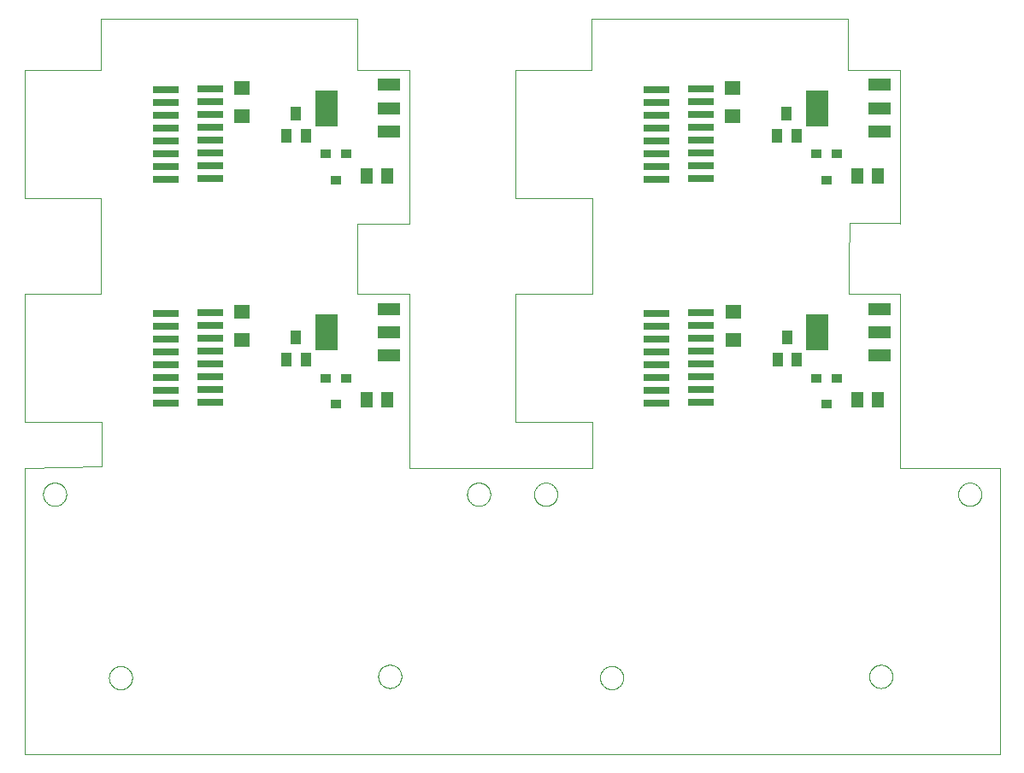
<source format=gbp>
G75*
%MOIN*%
%OFA0B0*%
%FSLAX25Y25*%
%IPPOS*%
%LPD*%
%AMOC8*
5,1,8,0,0,1.08239X$1,22.5*
%
%ADD10C,0.00000*%
%ADD11R,0.03937X0.03543*%
%ADD12R,0.03937X0.05512*%
%ADD13R,0.10000X0.03000*%
%ADD14R,0.06299X0.05512*%
%ADD15R,0.05118X0.05906*%
%ADD16R,0.08800X0.04800*%
%ADD17R,0.08661X0.14173*%
D10*
X0005000Y0004606D02*
X0385476Y0004606D01*
X0385476Y0116575D01*
X0346500Y0116575D01*
X0346500Y0184409D01*
X0326421Y0184449D01*
X0326382Y0184488D01*
X0326382Y0194409D01*
X0326421Y0204449D01*
X0326654Y0204606D02*
X0326654Y0212087D01*
X0346339Y0212087D01*
X0346339Y0271811D01*
X0326260Y0271850D01*
X0326220Y0271890D01*
X0326220Y0281811D01*
X0326260Y0291850D01*
X0226260Y0291850D01*
X0226260Y0281850D01*
X0226299Y0281811D01*
X0226260Y0281811D01*
X0226260Y0271850D01*
X0196339Y0271850D01*
X0196339Y0221850D01*
X0226421Y0221850D01*
X0226421Y0194449D01*
X0226461Y0194409D01*
X0226421Y0194409D01*
X0226421Y0184449D01*
X0196500Y0184449D01*
X0196500Y0134449D01*
X0226421Y0134449D01*
X0226421Y0116575D01*
X0155000Y0116575D01*
X0155000Y0184409D01*
X0134921Y0184449D01*
X0134882Y0184488D01*
X0134882Y0194409D01*
X0134921Y0211693D01*
X0155000Y0211693D01*
X0155000Y0271811D01*
X0134921Y0271850D01*
X0134882Y0271890D01*
X0134882Y0281811D01*
X0134921Y0291850D01*
X0034921Y0291850D01*
X0034921Y0281850D01*
X0034961Y0281811D01*
X0034921Y0281811D01*
X0034921Y0271850D01*
X0005000Y0271850D01*
X0005000Y0221850D01*
X0034921Y0221850D01*
X0034921Y0194449D01*
X0034961Y0194409D01*
X0034921Y0194409D01*
X0034921Y0184449D01*
X0005000Y0184449D01*
X0005000Y0134449D01*
X0035031Y0134449D01*
X0035031Y0116969D01*
X0005000Y0116575D01*
X0005000Y0004606D01*
X0037972Y0034606D02*
X0037974Y0034740D01*
X0037980Y0034874D01*
X0037990Y0035008D01*
X0038004Y0035142D01*
X0038022Y0035275D01*
X0038043Y0035407D01*
X0038069Y0035539D01*
X0038099Y0035670D01*
X0038132Y0035800D01*
X0038169Y0035928D01*
X0038211Y0036056D01*
X0038255Y0036183D01*
X0038304Y0036308D01*
X0038356Y0036431D01*
X0038412Y0036553D01*
X0038472Y0036674D01*
X0038535Y0036792D01*
X0038601Y0036909D01*
X0038671Y0037023D01*
X0038744Y0037136D01*
X0038821Y0037246D01*
X0038901Y0037354D01*
X0038984Y0037459D01*
X0039070Y0037562D01*
X0039159Y0037662D01*
X0039251Y0037760D01*
X0039346Y0037855D01*
X0039444Y0037947D01*
X0039544Y0038036D01*
X0039647Y0038122D01*
X0039752Y0038205D01*
X0039860Y0038285D01*
X0039970Y0038362D01*
X0040083Y0038435D01*
X0040197Y0038505D01*
X0040314Y0038571D01*
X0040432Y0038634D01*
X0040553Y0038694D01*
X0040675Y0038750D01*
X0040798Y0038802D01*
X0040923Y0038851D01*
X0041050Y0038895D01*
X0041178Y0038937D01*
X0041306Y0038974D01*
X0041436Y0039007D01*
X0041567Y0039037D01*
X0041699Y0039063D01*
X0041831Y0039084D01*
X0041964Y0039102D01*
X0042098Y0039116D01*
X0042232Y0039126D01*
X0042366Y0039132D01*
X0042500Y0039134D01*
X0042634Y0039132D01*
X0042768Y0039126D01*
X0042902Y0039116D01*
X0043036Y0039102D01*
X0043169Y0039084D01*
X0043301Y0039063D01*
X0043433Y0039037D01*
X0043564Y0039007D01*
X0043694Y0038974D01*
X0043822Y0038937D01*
X0043950Y0038895D01*
X0044077Y0038851D01*
X0044202Y0038802D01*
X0044325Y0038750D01*
X0044447Y0038694D01*
X0044568Y0038634D01*
X0044686Y0038571D01*
X0044803Y0038505D01*
X0044917Y0038435D01*
X0045030Y0038362D01*
X0045140Y0038285D01*
X0045248Y0038205D01*
X0045353Y0038122D01*
X0045456Y0038036D01*
X0045556Y0037947D01*
X0045654Y0037855D01*
X0045749Y0037760D01*
X0045841Y0037662D01*
X0045930Y0037562D01*
X0046016Y0037459D01*
X0046099Y0037354D01*
X0046179Y0037246D01*
X0046256Y0037136D01*
X0046329Y0037023D01*
X0046399Y0036909D01*
X0046465Y0036792D01*
X0046528Y0036674D01*
X0046588Y0036553D01*
X0046644Y0036431D01*
X0046696Y0036308D01*
X0046745Y0036183D01*
X0046789Y0036056D01*
X0046831Y0035928D01*
X0046868Y0035800D01*
X0046901Y0035670D01*
X0046931Y0035539D01*
X0046957Y0035407D01*
X0046978Y0035275D01*
X0046996Y0035142D01*
X0047010Y0035008D01*
X0047020Y0034874D01*
X0047026Y0034740D01*
X0047028Y0034606D01*
X0047026Y0034472D01*
X0047020Y0034338D01*
X0047010Y0034204D01*
X0046996Y0034070D01*
X0046978Y0033937D01*
X0046957Y0033805D01*
X0046931Y0033673D01*
X0046901Y0033542D01*
X0046868Y0033412D01*
X0046831Y0033284D01*
X0046789Y0033156D01*
X0046745Y0033029D01*
X0046696Y0032904D01*
X0046644Y0032781D01*
X0046588Y0032659D01*
X0046528Y0032538D01*
X0046465Y0032420D01*
X0046399Y0032303D01*
X0046329Y0032189D01*
X0046256Y0032076D01*
X0046179Y0031966D01*
X0046099Y0031858D01*
X0046016Y0031753D01*
X0045930Y0031650D01*
X0045841Y0031550D01*
X0045749Y0031452D01*
X0045654Y0031357D01*
X0045556Y0031265D01*
X0045456Y0031176D01*
X0045353Y0031090D01*
X0045248Y0031007D01*
X0045140Y0030927D01*
X0045030Y0030850D01*
X0044917Y0030777D01*
X0044803Y0030707D01*
X0044686Y0030641D01*
X0044568Y0030578D01*
X0044447Y0030518D01*
X0044325Y0030462D01*
X0044202Y0030410D01*
X0044077Y0030361D01*
X0043950Y0030317D01*
X0043822Y0030275D01*
X0043694Y0030238D01*
X0043564Y0030205D01*
X0043433Y0030175D01*
X0043301Y0030149D01*
X0043169Y0030128D01*
X0043036Y0030110D01*
X0042902Y0030096D01*
X0042768Y0030086D01*
X0042634Y0030080D01*
X0042500Y0030078D01*
X0042366Y0030080D01*
X0042232Y0030086D01*
X0042098Y0030096D01*
X0041964Y0030110D01*
X0041831Y0030128D01*
X0041699Y0030149D01*
X0041567Y0030175D01*
X0041436Y0030205D01*
X0041306Y0030238D01*
X0041178Y0030275D01*
X0041050Y0030317D01*
X0040923Y0030361D01*
X0040798Y0030410D01*
X0040675Y0030462D01*
X0040553Y0030518D01*
X0040432Y0030578D01*
X0040314Y0030641D01*
X0040197Y0030707D01*
X0040083Y0030777D01*
X0039970Y0030850D01*
X0039860Y0030927D01*
X0039752Y0031007D01*
X0039647Y0031090D01*
X0039544Y0031176D01*
X0039444Y0031265D01*
X0039346Y0031357D01*
X0039251Y0031452D01*
X0039159Y0031550D01*
X0039070Y0031650D01*
X0038984Y0031753D01*
X0038901Y0031858D01*
X0038821Y0031966D01*
X0038744Y0032076D01*
X0038671Y0032189D01*
X0038601Y0032303D01*
X0038535Y0032420D01*
X0038472Y0032538D01*
X0038412Y0032659D01*
X0038356Y0032781D01*
X0038304Y0032904D01*
X0038255Y0033029D01*
X0038211Y0033156D01*
X0038169Y0033284D01*
X0038132Y0033412D01*
X0038099Y0033542D01*
X0038069Y0033673D01*
X0038043Y0033805D01*
X0038022Y0033937D01*
X0038004Y0034070D01*
X0037990Y0034204D01*
X0037980Y0034338D01*
X0037974Y0034472D01*
X0037972Y0034606D01*
X0012283Y0106173D02*
X0012285Y0106307D01*
X0012291Y0106441D01*
X0012301Y0106575D01*
X0012315Y0106709D01*
X0012333Y0106842D01*
X0012354Y0106974D01*
X0012380Y0107106D01*
X0012410Y0107237D01*
X0012443Y0107367D01*
X0012480Y0107495D01*
X0012522Y0107623D01*
X0012566Y0107750D01*
X0012615Y0107875D01*
X0012667Y0107998D01*
X0012723Y0108120D01*
X0012783Y0108241D01*
X0012846Y0108359D01*
X0012912Y0108476D01*
X0012982Y0108590D01*
X0013055Y0108703D01*
X0013132Y0108813D01*
X0013212Y0108921D01*
X0013295Y0109026D01*
X0013381Y0109129D01*
X0013470Y0109229D01*
X0013562Y0109327D01*
X0013657Y0109422D01*
X0013755Y0109514D01*
X0013855Y0109603D01*
X0013958Y0109689D01*
X0014063Y0109772D01*
X0014171Y0109852D01*
X0014281Y0109929D01*
X0014394Y0110002D01*
X0014508Y0110072D01*
X0014625Y0110138D01*
X0014743Y0110201D01*
X0014864Y0110261D01*
X0014986Y0110317D01*
X0015109Y0110369D01*
X0015234Y0110418D01*
X0015361Y0110462D01*
X0015489Y0110504D01*
X0015617Y0110541D01*
X0015747Y0110574D01*
X0015878Y0110604D01*
X0016010Y0110630D01*
X0016142Y0110651D01*
X0016275Y0110669D01*
X0016409Y0110683D01*
X0016543Y0110693D01*
X0016677Y0110699D01*
X0016811Y0110701D01*
X0016945Y0110699D01*
X0017079Y0110693D01*
X0017213Y0110683D01*
X0017347Y0110669D01*
X0017480Y0110651D01*
X0017612Y0110630D01*
X0017744Y0110604D01*
X0017875Y0110574D01*
X0018005Y0110541D01*
X0018133Y0110504D01*
X0018261Y0110462D01*
X0018388Y0110418D01*
X0018513Y0110369D01*
X0018636Y0110317D01*
X0018758Y0110261D01*
X0018879Y0110201D01*
X0018997Y0110138D01*
X0019114Y0110072D01*
X0019228Y0110002D01*
X0019341Y0109929D01*
X0019451Y0109852D01*
X0019559Y0109772D01*
X0019664Y0109689D01*
X0019767Y0109603D01*
X0019867Y0109514D01*
X0019965Y0109422D01*
X0020060Y0109327D01*
X0020152Y0109229D01*
X0020241Y0109129D01*
X0020327Y0109026D01*
X0020410Y0108921D01*
X0020490Y0108813D01*
X0020567Y0108703D01*
X0020640Y0108590D01*
X0020710Y0108476D01*
X0020776Y0108359D01*
X0020839Y0108241D01*
X0020899Y0108120D01*
X0020955Y0107998D01*
X0021007Y0107875D01*
X0021056Y0107750D01*
X0021100Y0107623D01*
X0021142Y0107495D01*
X0021179Y0107367D01*
X0021212Y0107237D01*
X0021242Y0107106D01*
X0021268Y0106974D01*
X0021289Y0106842D01*
X0021307Y0106709D01*
X0021321Y0106575D01*
X0021331Y0106441D01*
X0021337Y0106307D01*
X0021339Y0106173D01*
X0021337Y0106039D01*
X0021331Y0105905D01*
X0021321Y0105771D01*
X0021307Y0105637D01*
X0021289Y0105504D01*
X0021268Y0105372D01*
X0021242Y0105240D01*
X0021212Y0105109D01*
X0021179Y0104979D01*
X0021142Y0104851D01*
X0021100Y0104723D01*
X0021056Y0104596D01*
X0021007Y0104471D01*
X0020955Y0104348D01*
X0020899Y0104226D01*
X0020839Y0104105D01*
X0020776Y0103987D01*
X0020710Y0103870D01*
X0020640Y0103756D01*
X0020567Y0103643D01*
X0020490Y0103533D01*
X0020410Y0103425D01*
X0020327Y0103320D01*
X0020241Y0103217D01*
X0020152Y0103117D01*
X0020060Y0103019D01*
X0019965Y0102924D01*
X0019867Y0102832D01*
X0019767Y0102743D01*
X0019664Y0102657D01*
X0019559Y0102574D01*
X0019451Y0102494D01*
X0019341Y0102417D01*
X0019228Y0102344D01*
X0019114Y0102274D01*
X0018997Y0102208D01*
X0018879Y0102145D01*
X0018758Y0102085D01*
X0018636Y0102029D01*
X0018513Y0101977D01*
X0018388Y0101928D01*
X0018261Y0101884D01*
X0018133Y0101842D01*
X0018005Y0101805D01*
X0017875Y0101772D01*
X0017744Y0101742D01*
X0017612Y0101716D01*
X0017480Y0101695D01*
X0017347Y0101677D01*
X0017213Y0101663D01*
X0017079Y0101653D01*
X0016945Y0101647D01*
X0016811Y0101645D01*
X0016677Y0101647D01*
X0016543Y0101653D01*
X0016409Y0101663D01*
X0016275Y0101677D01*
X0016142Y0101695D01*
X0016010Y0101716D01*
X0015878Y0101742D01*
X0015747Y0101772D01*
X0015617Y0101805D01*
X0015489Y0101842D01*
X0015361Y0101884D01*
X0015234Y0101928D01*
X0015109Y0101977D01*
X0014986Y0102029D01*
X0014864Y0102085D01*
X0014743Y0102145D01*
X0014625Y0102208D01*
X0014508Y0102274D01*
X0014394Y0102344D01*
X0014281Y0102417D01*
X0014171Y0102494D01*
X0014063Y0102574D01*
X0013958Y0102657D01*
X0013855Y0102743D01*
X0013755Y0102832D01*
X0013657Y0102924D01*
X0013562Y0103019D01*
X0013470Y0103117D01*
X0013381Y0103217D01*
X0013295Y0103320D01*
X0013212Y0103425D01*
X0013132Y0103533D01*
X0013055Y0103643D01*
X0012982Y0103756D01*
X0012912Y0103870D01*
X0012846Y0103987D01*
X0012783Y0104105D01*
X0012723Y0104226D01*
X0012667Y0104348D01*
X0012615Y0104471D01*
X0012566Y0104596D01*
X0012522Y0104723D01*
X0012480Y0104851D01*
X0012443Y0104979D01*
X0012410Y0105109D01*
X0012380Y0105240D01*
X0012354Y0105372D01*
X0012333Y0105504D01*
X0012315Y0105637D01*
X0012301Y0105771D01*
X0012291Y0105905D01*
X0012285Y0106039D01*
X0012283Y0106173D01*
X0142972Y0035106D02*
X0142974Y0035240D01*
X0142980Y0035374D01*
X0142990Y0035508D01*
X0143004Y0035642D01*
X0143022Y0035775D01*
X0143043Y0035907D01*
X0143069Y0036039D01*
X0143099Y0036170D01*
X0143132Y0036300D01*
X0143169Y0036428D01*
X0143211Y0036556D01*
X0143255Y0036683D01*
X0143304Y0036808D01*
X0143356Y0036931D01*
X0143412Y0037053D01*
X0143472Y0037174D01*
X0143535Y0037292D01*
X0143601Y0037409D01*
X0143671Y0037523D01*
X0143744Y0037636D01*
X0143821Y0037746D01*
X0143901Y0037854D01*
X0143984Y0037959D01*
X0144070Y0038062D01*
X0144159Y0038162D01*
X0144251Y0038260D01*
X0144346Y0038355D01*
X0144444Y0038447D01*
X0144544Y0038536D01*
X0144647Y0038622D01*
X0144752Y0038705D01*
X0144860Y0038785D01*
X0144970Y0038862D01*
X0145083Y0038935D01*
X0145197Y0039005D01*
X0145314Y0039071D01*
X0145432Y0039134D01*
X0145553Y0039194D01*
X0145675Y0039250D01*
X0145798Y0039302D01*
X0145923Y0039351D01*
X0146050Y0039395D01*
X0146178Y0039437D01*
X0146306Y0039474D01*
X0146436Y0039507D01*
X0146567Y0039537D01*
X0146699Y0039563D01*
X0146831Y0039584D01*
X0146964Y0039602D01*
X0147098Y0039616D01*
X0147232Y0039626D01*
X0147366Y0039632D01*
X0147500Y0039634D01*
X0147634Y0039632D01*
X0147768Y0039626D01*
X0147902Y0039616D01*
X0148036Y0039602D01*
X0148169Y0039584D01*
X0148301Y0039563D01*
X0148433Y0039537D01*
X0148564Y0039507D01*
X0148694Y0039474D01*
X0148822Y0039437D01*
X0148950Y0039395D01*
X0149077Y0039351D01*
X0149202Y0039302D01*
X0149325Y0039250D01*
X0149447Y0039194D01*
X0149568Y0039134D01*
X0149686Y0039071D01*
X0149803Y0039005D01*
X0149917Y0038935D01*
X0150030Y0038862D01*
X0150140Y0038785D01*
X0150248Y0038705D01*
X0150353Y0038622D01*
X0150456Y0038536D01*
X0150556Y0038447D01*
X0150654Y0038355D01*
X0150749Y0038260D01*
X0150841Y0038162D01*
X0150930Y0038062D01*
X0151016Y0037959D01*
X0151099Y0037854D01*
X0151179Y0037746D01*
X0151256Y0037636D01*
X0151329Y0037523D01*
X0151399Y0037409D01*
X0151465Y0037292D01*
X0151528Y0037174D01*
X0151588Y0037053D01*
X0151644Y0036931D01*
X0151696Y0036808D01*
X0151745Y0036683D01*
X0151789Y0036556D01*
X0151831Y0036428D01*
X0151868Y0036300D01*
X0151901Y0036170D01*
X0151931Y0036039D01*
X0151957Y0035907D01*
X0151978Y0035775D01*
X0151996Y0035642D01*
X0152010Y0035508D01*
X0152020Y0035374D01*
X0152026Y0035240D01*
X0152028Y0035106D01*
X0152026Y0034972D01*
X0152020Y0034838D01*
X0152010Y0034704D01*
X0151996Y0034570D01*
X0151978Y0034437D01*
X0151957Y0034305D01*
X0151931Y0034173D01*
X0151901Y0034042D01*
X0151868Y0033912D01*
X0151831Y0033784D01*
X0151789Y0033656D01*
X0151745Y0033529D01*
X0151696Y0033404D01*
X0151644Y0033281D01*
X0151588Y0033159D01*
X0151528Y0033038D01*
X0151465Y0032920D01*
X0151399Y0032803D01*
X0151329Y0032689D01*
X0151256Y0032576D01*
X0151179Y0032466D01*
X0151099Y0032358D01*
X0151016Y0032253D01*
X0150930Y0032150D01*
X0150841Y0032050D01*
X0150749Y0031952D01*
X0150654Y0031857D01*
X0150556Y0031765D01*
X0150456Y0031676D01*
X0150353Y0031590D01*
X0150248Y0031507D01*
X0150140Y0031427D01*
X0150030Y0031350D01*
X0149917Y0031277D01*
X0149803Y0031207D01*
X0149686Y0031141D01*
X0149568Y0031078D01*
X0149447Y0031018D01*
X0149325Y0030962D01*
X0149202Y0030910D01*
X0149077Y0030861D01*
X0148950Y0030817D01*
X0148822Y0030775D01*
X0148694Y0030738D01*
X0148564Y0030705D01*
X0148433Y0030675D01*
X0148301Y0030649D01*
X0148169Y0030628D01*
X0148036Y0030610D01*
X0147902Y0030596D01*
X0147768Y0030586D01*
X0147634Y0030580D01*
X0147500Y0030578D01*
X0147366Y0030580D01*
X0147232Y0030586D01*
X0147098Y0030596D01*
X0146964Y0030610D01*
X0146831Y0030628D01*
X0146699Y0030649D01*
X0146567Y0030675D01*
X0146436Y0030705D01*
X0146306Y0030738D01*
X0146178Y0030775D01*
X0146050Y0030817D01*
X0145923Y0030861D01*
X0145798Y0030910D01*
X0145675Y0030962D01*
X0145553Y0031018D01*
X0145432Y0031078D01*
X0145314Y0031141D01*
X0145197Y0031207D01*
X0145083Y0031277D01*
X0144970Y0031350D01*
X0144860Y0031427D01*
X0144752Y0031507D01*
X0144647Y0031590D01*
X0144544Y0031676D01*
X0144444Y0031765D01*
X0144346Y0031857D01*
X0144251Y0031952D01*
X0144159Y0032050D01*
X0144070Y0032150D01*
X0143984Y0032253D01*
X0143901Y0032358D01*
X0143821Y0032466D01*
X0143744Y0032576D01*
X0143671Y0032689D01*
X0143601Y0032803D01*
X0143535Y0032920D01*
X0143472Y0033038D01*
X0143412Y0033159D01*
X0143356Y0033281D01*
X0143304Y0033404D01*
X0143255Y0033529D01*
X0143211Y0033656D01*
X0143169Y0033784D01*
X0143132Y0033912D01*
X0143099Y0034042D01*
X0143069Y0034173D01*
X0143043Y0034305D01*
X0143022Y0034437D01*
X0143004Y0034570D01*
X0142990Y0034704D01*
X0142980Y0034838D01*
X0142974Y0034972D01*
X0142972Y0035106D01*
X0177637Y0106173D02*
X0177639Y0106307D01*
X0177645Y0106441D01*
X0177655Y0106575D01*
X0177669Y0106709D01*
X0177687Y0106842D01*
X0177708Y0106974D01*
X0177734Y0107106D01*
X0177764Y0107237D01*
X0177797Y0107367D01*
X0177834Y0107495D01*
X0177876Y0107623D01*
X0177920Y0107750D01*
X0177969Y0107875D01*
X0178021Y0107998D01*
X0178077Y0108120D01*
X0178137Y0108241D01*
X0178200Y0108359D01*
X0178266Y0108476D01*
X0178336Y0108590D01*
X0178409Y0108703D01*
X0178486Y0108813D01*
X0178566Y0108921D01*
X0178649Y0109026D01*
X0178735Y0109129D01*
X0178824Y0109229D01*
X0178916Y0109327D01*
X0179011Y0109422D01*
X0179109Y0109514D01*
X0179209Y0109603D01*
X0179312Y0109689D01*
X0179417Y0109772D01*
X0179525Y0109852D01*
X0179635Y0109929D01*
X0179748Y0110002D01*
X0179862Y0110072D01*
X0179979Y0110138D01*
X0180097Y0110201D01*
X0180218Y0110261D01*
X0180340Y0110317D01*
X0180463Y0110369D01*
X0180588Y0110418D01*
X0180715Y0110462D01*
X0180843Y0110504D01*
X0180971Y0110541D01*
X0181101Y0110574D01*
X0181232Y0110604D01*
X0181364Y0110630D01*
X0181496Y0110651D01*
X0181629Y0110669D01*
X0181763Y0110683D01*
X0181897Y0110693D01*
X0182031Y0110699D01*
X0182165Y0110701D01*
X0182299Y0110699D01*
X0182433Y0110693D01*
X0182567Y0110683D01*
X0182701Y0110669D01*
X0182834Y0110651D01*
X0182966Y0110630D01*
X0183098Y0110604D01*
X0183229Y0110574D01*
X0183359Y0110541D01*
X0183487Y0110504D01*
X0183615Y0110462D01*
X0183742Y0110418D01*
X0183867Y0110369D01*
X0183990Y0110317D01*
X0184112Y0110261D01*
X0184233Y0110201D01*
X0184351Y0110138D01*
X0184468Y0110072D01*
X0184582Y0110002D01*
X0184695Y0109929D01*
X0184805Y0109852D01*
X0184913Y0109772D01*
X0185018Y0109689D01*
X0185121Y0109603D01*
X0185221Y0109514D01*
X0185319Y0109422D01*
X0185414Y0109327D01*
X0185506Y0109229D01*
X0185595Y0109129D01*
X0185681Y0109026D01*
X0185764Y0108921D01*
X0185844Y0108813D01*
X0185921Y0108703D01*
X0185994Y0108590D01*
X0186064Y0108476D01*
X0186130Y0108359D01*
X0186193Y0108241D01*
X0186253Y0108120D01*
X0186309Y0107998D01*
X0186361Y0107875D01*
X0186410Y0107750D01*
X0186454Y0107623D01*
X0186496Y0107495D01*
X0186533Y0107367D01*
X0186566Y0107237D01*
X0186596Y0107106D01*
X0186622Y0106974D01*
X0186643Y0106842D01*
X0186661Y0106709D01*
X0186675Y0106575D01*
X0186685Y0106441D01*
X0186691Y0106307D01*
X0186693Y0106173D01*
X0186691Y0106039D01*
X0186685Y0105905D01*
X0186675Y0105771D01*
X0186661Y0105637D01*
X0186643Y0105504D01*
X0186622Y0105372D01*
X0186596Y0105240D01*
X0186566Y0105109D01*
X0186533Y0104979D01*
X0186496Y0104851D01*
X0186454Y0104723D01*
X0186410Y0104596D01*
X0186361Y0104471D01*
X0186309Y0104348D01*
X0186253Y0104226D01*
X0186193Y0104105D01*
X0186130Y0103987D01*
X0186064Y0103870D01*
X0185994Y0103756D01*
X0185921Y0103643D01*
X0185844Y0103533D01*
X0185764Y0103425D01*
X0185681Y0103320D01*
X0185595Y0103217D01*
X0185506Y0103117D01*
X0185414Y0103019D01*
X0185319Y0102924D01*
X0185221Y0102832D01*
X0185121Y0102743D01*
X0185018Y0102657D01*
X0184913Y0102574D01*
X0184805Y0102494D01*
X0184695Y0102417D01*
X0184582Y0102344D01*
X0184468Y0102274D01*
X0184351Y0102208D01*
X0184233Y0102145D01*
X0184112Y0102085D01*
X0183990Y0102029D01*
X0183867Y0101977D01*
X0183742Y0101928D01*
X0183615Y0101884D01*
X0183487Y0101842D01*
X0183359Y0101805D01*
X0183229Y0101772D01*
X0183098Y0101742D01*
X0182966Y0101716D01*
X0182834Y0101695D01*
X0182701Y0101677D01*
X0182567Y0101663D01*
X0182433Y0101653D01*
X0182299Y0101647D01*
X0182165Y0101645D01*
X0182031Y0101647D01*
X0181897Y0101653D01*
X0181763Y0101663D01*
X0181629Y0101677D01*
X0181496Y0101695D01*
X0181364Y0101716D01*
X0181232Y0101742D01*
X0181101Y0101772D01*
X0180971Y0101805D01*
X0180843Y0101842D01*
X0180715Y0101884D01*
X0180588Y0101928D01*
X0180463Y0101977D01*
X0180340Y0102029D01*
X0180218Y0102085D01*
X0180097Y0102145D01*
X0179979Y0102208D01*
X0179862Y0102274D01*
X0179748Y0102344D01*
X0179635Y0102417D01*
X0179525Y0102494D01*
X0179417Y0102574D01*
X0179312Y0102657D01*
X0179209Y0102743D01*
X0179109Y0102832D01*
X0179011Y0102924D01*
X0178916Y0103019D01*
X0178824Y0103117D01*
X0178735Y0103217D01*
X0178649Y0103320D01*
X0178566Y0103425D01*
X0178486Y0103533D01*
X0178409Y0103643D01*
X0178336Y0103756D01*
X0178266Y0103870D01*
X0178200Y0103987D01*
X0178137Y0104105D01*
X0178077Y0104226D01*
X0178021Y0104348D01*
X0177969Y0104471D01*
X0177920Y0104596D01*
X0177876Y0104723D01*
X0177834Y0104851D01*
X0177797Y0104979D01*
X0177764Y0105109D01*
X0177734Y0105240D01*
X0177708Y0105372D01*
X0177687Y0105504D01*
X0177669Y0105637D01*
X0177655Y0105771D01*
X0177645Y0105905D01*
X0177639Y0106039D01*
X0177637Y0106173D01*
X0203783Y0106173D02*
X0203785Y0106307D01*
X0203791Y0106441D01*
X0203801Y0106575D01*
X0203815Y0106709D01*
X0203833Y0106842D01*
X0203854Y0106974D01*
X0203880Y0107106D01*
X0203910Y0107237D01*
X0203943Y0107367D01*
X0203980Y0107495D01*
X0204022Y0107623D01*
X0204066Y0107750D01*
X0204115Y0107875D01*
X0204167Y0107998D01*
X0204223Y0108120D01*
X0204283Y0108241D01*
X0204346Y0108359D01*
X0204412Y0108476D01*
X0204482Y0108590D01*
X0204555Y0108703D01*
X0204632Y0108813D01*
X0204712Y0108921D01*
X0204795Y0109026D01*
X0204881Y0109129D01*
X0204970Y0109229D01*
X0205062Y0109327D01*
X0205157Y0109422D01*
X0205255Y0109514D01*
X0205355Y0109603D01*
X0205458Y0109689D01*
X0205563Y0109772D01*
X0205671Y0109852D01*
X0205781Y0109929D01*
X0205894Y0110002D01*
X0206008Y0110072D01*
X0206125Y0110138D01*
X0206243Y0110201D01*
X0206364Y0110261D01*
X0206486Y0110317D01*
X0206609Y0110369D01*
X0206734Y0110418D01*
X0206861Y0110462D01*
X0206989Y0110504D01*
X0207117Y0110541D01*
X0207247Y0110574D01*
X0207378Y0110604D01*
X0207510Y0110630D01*
X0207642Y0110651D01*
X0207775Y0110669D01*
X0207909Y0110683D01*
X0208043Y0110693D01*
X0208177Y0110699D01*
X0208311Y0110701D01*
X0208445Y0110699D01*
X0208579Y0110693D01*
X0208713Y0110683D01*
X0208847Y0110669D01*
X0208980Y0110651D01*
X0209112Y0110630D01*
X0209244Y0110604D01*
X0209375Y0110574D01*
X0209505Y0110541D01*
X0209633Y0110504D01*
X0209761Y0110462D01*
X0209888Y0110418D01*
X0210013Y0110369D01*
X0210136Y0110317D01*
X0210258Y0110261D01*
X0210379Y0110201D01*
X0210497Y0110138D01*
X0210614Y0110072D01*
X0210728Y0110002D01*
X0210841Y0109929D01*
X0210951Y0109852D01*
X0211059Y0109772D01*
X0211164Y0109689D01*
X0211267Y0109603D01*
X0211367Y0109514D01*
X0211465Y0109422D01*
X0211560Y0109327D01*
X0211652Y0109229D01*
X0211741Y0109129D01*
X0211827Y0109026D01*
X0211910Y0108921D01*
X0211990Y0108813D01*
X0212067Y0108703D01*
X0212140Y0108590D01*
X0212210Y0108476D01*
X0212276Y0108359D01*
X0212339Y0108241D01*
X0212399Y0108120D01*
X0212455Y0107998D01*
X0212507Y0107875D01*
X0212556Y0107750D01*
X0212600Y0107623D01*
X0212642Y0107495D01*
X0212679Y0107367D01*
X0212712Y0107237D01*
X0212742Y0107106D01*
X0212768Y0106974D01*
X0212789Y0106842D01*
X0212807Y0106709D01*
X0212821Y0106575D01*
X0212831Y0106441D01*
X0212837Y0106307D01*
X0212839Y0106173D01*
X0212837Y0106039D01*
X0212831Y0105905D01*
X0212821Y0105771D01*
X0212807Y0105637D01*
X0212789Y0105504D01*
X0212768Y0105372D01*
X0212742Y0105240D01*
X0212712Y0105109D01*
X0212679Y0104979D01*
X0212642Y0104851D01*
X0212600Y0104723D01*
X0212556Y0104596D01*
X0212507Y0104471D01*
X0212455Y0104348D01*
X0212399Y0104226D01*
X0212339Y0104105D01*
X0212276Y0103987D01*
X0212210Y0103870D01*
X0212140Y0103756D01*
X0212067Y0103643D01*
X0211990Y0103533D01*
X0211910Y0103425D01*
X0211827Y0103320D01*
X0211741Y0103217D01*
X0211652Y0103117D01*
X0211560Y0103019D01*
X0211465Y0102924D01*
X0211367Y0102832D01*
X0211267Y0102743D01*
X0211164Y0102657D01*
X0211059Y0102574D01*
X0210951Y0102494D01*
X0210841Y0102417D01*
X0210728Y0102344D01*
X0210614Y0102274D01*
X0210497Y0102208D01*
X0210379Y0102145D01*
X0210258Y0102085D01*
X0210136Y0102029D01*
X0210013Y0101977D01*
X0209888Y0101928D01*
X0209761Y0101884D01*
X0209633Y0101842D01*
X0209505Y0101805D01*
X0209375Y0101772D01*
X0209244Y0101742D01*
X0209112Y0101716D01*
X0208980Y0101695D01*
X0208847Y0101677D01*
X0208713Y0101663D01*
X0208579Y0101653D01*
X0208445Y0101647D01*
X0208311Y0101645D01*
X0208177Y0101647D01*
X0208043Y0101653D01*
X0207909Y0101663D01*
X0207775Y0101677D01*
X0207642Y0101695D01*
X0207510Y0101716D01*
X0207378Y0101742D01*
X0207247Y0101772D01*
X0207117Y0101805D01*
X0206989Y0101842D01*
X0206861Y0101884D01*
X0206734Y0101928D01*
X0206609Y0101977D01*
X0206486Y0102029D01*
X0206364Y0102085D01*
X0206243Y0102145D01*
X0206125Y0102208D01*
X0206008Y0102274D01*
X0205894Y0102344D01*
X0205781Y0102417D01*
X0205671Y0102494D01*
X0205563Y0102574D01*
X0205458Y0102657D01*
X0205355Y0102743D01*
X0205255Y0102832D01*
X0205157Y0102924D01*
X0205062Y0103019D01*
X0204970Y0103117D01*
X0204881Y0103217D01*
X0204795Y0103320D01*
X0204712Y0103425D01*
X0204632Y0103533D01*
X0204555Y0103643D01*
X0204482Y0103756D01*
X0204412Y0103870D01*
X0204346Y0103987D01*
X0204283Y0104105D01*
X0204223Y0104226D01*
X0204167Y0104348D01*
X0204115Y0104471D01*
X0204066Y0104596D01*
X0204022Y0104723D01*
X0203980Y0104851D01*
X0203943Y0104979D01*
X0203910Y0105109D01*
X0203880Y0105240D01*
X0203854Y0105372D01*
X0203833Y0105504D01*
X0203815Y0105637D01*
X0203801Y0105771D01*
X0203791Y0105905D01*
X0203785Y0106039D01*
X0203783Y0106173D01*
X0229472Y0034606D02*
X0229474Y0034740D01*
X0229480Y0034874D01*
X0229490Y0035008D01*
X0229504Y0035142D01*
X0229522Y0035275D01*
X0229543Y0035407D01*
X0229569Y0035539D01*
X0229599Y0035670D01*
X0229632Y0035800D01*
X0229669Y0035928D01*
X0229711Y0036056D01*
X0229755Y0036183D01*
X0229804Y0036308D01*
X0229856Y0036431D01*
X0229912Y0036553D01*
X0229972Y0036674D01*
X0230035Y0036792D01*
X0230101Y0036909D01*
X0230171Y0037023D01*
X0230244Y0037136D01*
X0230321Y0037246D01*
X0230401Y0037354D01*
X0230484Y0037459D01*
X0230570Y0037562D01*
X0230659Y0037662D01*
X0230751Y0037760D01*
X0230846Y0037855D01*
X0230944Y0037947D01*
X0231044Y0038036D01*
X0231147Y0038122D01*
X0231252Y0038205D01*
X0231360Y0038285D01*
X0231470Y0038362D01*
X0231583Y0038435D01*
X0231697Y0038505D01*
X0231814Y0038571D01*
X0231932Y0038634D01*
X0232053Y0038694D01*
X0232175Y0038750D01*
X0232298Y0038802D01*
X0232423Y0038851D01*
X0232550Y0038895D01*
X0232678Y0038937D01*
X0232806Y0038974D01*
X0232936Y0039007D01*
X0233067Y0039037D01*
X0233199Y0039063D01*
X0233331Y0039084D01*
X0233464Y0039102D01*
X0233598Y0039116D01*
X0233732Y0039126D01*
X0233866Y0039132D01*
X0234000Y0039134D01*
X0234134Y0039132D01*
X0234268Y0039126D01*
X0234402Y0039116D01*
X0234536Y0039102D01*
X0234669Y0039084D01*
X0234801Y0039063D01*
X0234933Y0039037D01*
X0235064Y0039007D01*
X0235194Y0038974D01*
X0235322Y0038937D01*
X0235450Y0038895D01*
X0235577Y0038851D01*
X0235702Y0038802D01*
X0235825Y0038750D01*
X0235947Y0038694D01*
X0236068Y0038634D01*
X0236186Y0038571D01*
X0236303Y0038505D01*
X0236417Y0038435D01*
X0236530Y0038362D01*
X0236640Y0038285D01*
X0236748Y0038205D01*
X0236853Y0038122D01*
X0236956Y0038036D01*
X0237056Y0037947D01*
X0237154Y0037855D01*
X0237249Y0037760D01*
X0237341Y0037662D01*
X0237430Y0037562D01*
X0237516Y0037459D01*
X0237599Y0037354D01*
X0237679Y0037246D01*
X0237756Y0037136D01*
X0237829Y0037023D01*
X0237899Y0036909D01*
X0237965Y0036792D01*
X0238028Y0036674D01*
X0238088Y0036553D01*
X0238144Y0036431D01*
X0238196Y0036308D01*
X0238245Y0036183D01*
X0238289Y0036056D01*
X0238331Y0035928D01*
X0238368Y0035800D01*
X0238401Y0035670D01*
X0238431Y0035539D01*
X0238457Y0035407D01*
X0238478Y0035275D01*
X0238496Y0035142D01*
X0238510Y0035008D01*
X0238520Y0034874D01*
X0238526Y0034740D01*
X0238528Y0034606D01*
X0238526Y0034472D01*
X0238520Y0034338D01*
X0238510Y0034204D01*
X0238496Y0034070D01*
X0238478Y0033937D01*
X0238457Y0033805D01*
X0238431Y0033673D01*
X0238401Y0033542D01*
X0238368Y0033412D01*
X0238331Y0033284D01*
X0238289Y0033156D01*
X0238245Y0033029D01*
X0238196Y0032904D01*
X0238144Y0032781D01*
X0238088Y0032659D01*
X0238028Y0032538D01*
X0237965Y0032420D01*
X0237899Y0032303D01*
X0237829Y0032189D01*
X0237756Y0032076D01*
X0237679Y0031966D01*
X0237599Y0031858D01*
X0237516Y0031753D01*
X0237430Y0031650D01*
X0237341Y0031550D01*
X0237249Y0031452D01*
X0237154Y0031357D01*
X0237056Y0031265D01*
X0236956Y0031176D01*
X0236853Y0031090D01*
X0236748Y0031007D01*
X0236640Y0030927D01*
X0236530Y0030850D01*
X0236417Y0030777D01*
X0236303Y0030707D01*
X0236186Y0030641D01*
X0236068Y0030578D01*
X0235947Y0030518D01*
X0235825Y0030462D01*
X0235702Y0030410D01*
X0235577Y0030361D01*
X0235450Y0030317D01*
X0235322Y0030275D01*
X0235194Y0030238D01*
X0235064Y0030205D01*
X0234933Y0030175D01*
X0234801Y0030149D01*
X0234669Y0030128D01*
X0234536Y0030110D01*
X0234402Y0030096D01*
X0234268Y0030086D01*
X0234134Y0030080D01*
X0234000Y0030078D01*
X0233866Y0030080D01*
X0233732Y0030086D01*
X0233598Y0030096D01*
X0233464Y0030110D01*
X0233331Y0030128D01*
X0233199Y0030149D01*
X0233067Y0030175D01*
X0232936Y0030205D01*
X0232806Y0030238D01*
X0232678Y0030275D01*
X0232550Y0030317D01*
X0232423Y0030361D01*
X0232298Y0030410D01*
X0232175Y0030462D01*
X0232053Y0030518D01*
X0231932Y0030578D01*
X0231814Y0030641D01*
X0231697Y0030707D01*
X0231583Y0030777D01*
X0231470Y0030850D01*
X0231360Y0030927D01*
X0231252Y0031007D01*
X0231147Y0031090D01*
X0231044Y0031176D01*
X0230944Y0031265D01*
X0230846Y0031357D01*
X0230751Y0031452D01*
X0230659Y0031550D01*
X0230570Y0031650D01*
X0230484Y0031753D01*
X0230401Y0031858D01*
X0230321Y0031966D01*
X0230244Y0032076D01*
X0230171Y0032189D01*
X0230101Y0032303D01*
X0230035Y0032420D01*
X0229972Y0032538D01*
X0229912Y0032659D01*
X0229856Y0032781D01*
X0229804Y0032904D01*
X0229755Y0033029D01*
X0229711Y0033156D01*
X0229669Y0033284D01*
X0229632Y0033412D01*
X0229599Y0033542D01*
X0229569Y0033673D01*
X0229543Y0033805D01*
X0229522Y0033937D01*
X0229504Y0034070D01*
X0229490Y0034204D01*
X0229480Y0034338D01*
X0229474Y0034472D01*
X0229472Y0034606D01*
X0334472Y0035106D02*
X0334474Y0035240D01*
X0334480Y0035374D01*
X0334490Y0035508D01*
X0334504Y0035642D01*
X0334522Y0035775D01*
X0334543Y0035907D01*
X0334569Y0036039D01*
X0334599Y0036170D01*
X0334632Y0036300D01*
X0334669Y0036428D01*
X0334711Y0036556D01*
X0334755Y0036683D01*
X0334804Y0036808D01*
X0334856Y0036931D01*
X0334912Y0037053D01*
X0334972Y0037174D01*
X0335035Y0037292D01*
X0335101Y0037409D01*
X0335171Y0037523D01*
X0335244Y0037636D01*
X0335321Y0037746D01*
X0335401Y0037854D01*
X0335484Y0037959D01*
X0335570Y0038062D01*
X0335659Y0038162D01*
X0335751Y0038260D01*
X0335846Y0038355D01*
X0335944Y0038447D01*
X0336044Y0038536D01*
X0336147Y0038622D01*
X0336252Y0038705D01*
X0336360Y0038785D01*
X0336470Y0038862D01*
X0336583Y0038935D01*
X0336697Y0039005D01*
X0336814Y0039071D01*
X0336932Y0039134D01*
X0337053Y0039194D01*
X0337175Y0039250D01*
X0337298Y0039302D01*
X0337423Y0039351D01*
X0337550Y0039395D01*
X0337678Y0039437D01*
X0337806Y0039474D01*
X0337936Y0039507D01*
X0338067Y0039537D01*
X0338199Y0039563D01*
X0338331Y0039584D01*
X0338464Y0039602D01*
X0338598Y0039616D01*
X0338732Y0039626D01*
X0338866Y0039632D01*
X0339000Y0039634D01*
X0339134Y0039632D01*
X0339268Y0039626D01*
X0339402Y0039616D01*
X0339536Y0039602D01*
X0339669Y0039584D01*
X0339801Y0039563D01*
X0339933Y0039537D01*
X0340064Y0039507D01*
X0340194Y0039474D01*
X0340322Y0039437D01*
X0340450Y0039395D01*
X0340577Y0039351D01*
X0340702Y0039302D01*
X0340825Y0039250D01*
X0340947Y0039194D01*
X0341068Y0039134D01*
X0341186Y0039071D01*
X0341303Y0039005D01*
X0341417Y0038935D01*
X0341530Y0038862D01*
X0341640Y0038785D01*
X0341748Y0038705D01*
X0341853Y0038622D01*
X0341956Y0038536D01*
X0342056Y0038447D01*
X0342154Y0038355D01*
X0342249Y0038260D01*
X0342341Y0038162D01*
X0342430Y0038062D01*
X0342516Y0037959D01*
X0342599Y0037854D01*
X0342679Y0037746D01*
X0342756Y0037636D01*
X0342829Y0037523D01*
X0342899Y0037409D01*
X0342965Y0037292D01*
X0343028Y0037174D01*
X0343088Y0037053D01*
X0343144Y0036931D01*
X0343196Y0036808D01*
X0343245Y0036683D01*
X0343289Y0036556D01*
X0343331Y0036428D01*
X0343368Y0036300D01*
X0343401Y0036170D01*
X0343431Y0036039D01*
X0343457Y0035907D01*
X0343478Y0035775D01*
X0343496Y0035642D01*
X0343510Y0035508D01*
X0343520Y0035374D01*
X0343526Y0035240D01*
X0343528Y0035106D01*
X0343526Y0034972D01*
X0343520Y0034838D01*
X0343510Y0034704D01*
X0343496Y0034570D01*
X0343478Y0034437D01*
X0343457Y0034305D01*
X0343431Y0034173D01*
X0343401Y0034042D01*
X0343368Y0033912D01*
X0343331Y0033784D01*
X0343289Y0033656D01*
X0343245Y0033529D01*
X0343196Y0033404D01*
X0343144Y0033281D01*
X0343088Y0033159D01*
X0343028Y0033038D01*
X0342965Y0032920D01*
X0342899Y0032803D01*
X0342829Y0032689D01*
X0342756Y0032576D01*
X0342679Y0032466D01*
X0342599Y0032358D01*
X0342516Y0032253D01*
X0342430Y0032150D01*
X0342341Y0032050D01*
X0342249Y0031952D01*
X0342154Y0031857D01*
X0342056Y0031765D01*
X0341956Y0031676D01*
X0341853Y0031590D01*
X0341748Y0031507D01*
X0341640Y0031427D01*
X0341530Y0031350D01*
X0341417Y0031277D01*
X0341303Y0031207D01*
X0341186Y0031141D01*
X0341068Y0031078D01*
X0340947Y0031018D01*
X0340825Y0030962D01*
X0340702Y0030910D01*
X0340577Y0030861D01*
X0340450Y0030817D01*
X0340322Y0030775D01*
X0340194Y0030738D01*
X0340064Y0030705D01*
X0339933Y0030675D01*
X0339801Y0030649D01*
X0339669Y0030628D01*
X0339536Y0030610D01*
X0339402Y0030596D01*
X0339268Y0030586D01*
X0339134Y0030580D01*
X0339000Y0030578D01*
X0338866Y0030580D01*
X0338732Y0030586D01*
X0338598Y0030596D01*
X0338464Y0030610D01*
X0338331Y0030628D01*
X0338199Y0030649D01*
X0338067Y0030675D01*
X0337936Y0030705D01*
X0337806Y0030738D01*
X0337678Y0030775D01*
X0337550Y0030817D01*
X0337423Y0030861D01*
X0337298Y0030910D01*
X0337175Y0030962D01*
X0337053Y0031018D01*
X0336932Y0031078D01*
X0336814Y0031141D01*
X0336697Y0031207D01*
X0336583Y0031277D01*
X0336470Y0031350D01*
X0336360Y0031427D01*
X0336252Y0031507D01*
X0336147Y0031590D01*
X0336044Y0031676D01*
X0335944Y0031765D01*
X0335846Y0031857D01*
X0335751Y0031952D01*
X0335659Y0032050D01*
X0335570Y0032150D01*
X0335484Y0032253D01*
X0335401Y0032358D01*
X0335321Y0032466D01*
X0335244Y0032576D01*
X0335171Y0032689D01*
X0335101Y0032803D01*
X0335035Y0032920D01*
X0334972Y0033038D01*
X0334912Y0033159D01*
X0334856Y0033281D01*
X0334804Y0033404D01*
X0334755Y0033529D01*
X0334711Y0033656D01*
X0334669Y0033784D01*
X0334632Y0033912D01*
X0334599Y0034042D01*
X0334569Y0034173D01*
X0334543Y0034305D01*
X0334522Y0034437D01*
X0334504Y0034570D01*
X0334490Y0034704D01*
X0334480Y0034838D01*
X0334474Y0034972D01*
X0334472Y0035106D01*
X0369137Y0106173D02*
X0369139Y0106307D01*
X0369145Y0106441D01*
X0369155Y0106575D01*
X0369169Y0106709D01*
X0369187Y0106842D01*
X0369208Y0106974D01*
X0369234Y0107106D01*
X0369264Y0107237D01*
X0369297Y0107367D01*
X0369334Y0107495D01*
X0369376Y0107623D01*
X0369420Y0107750D01*
X0369469Y0107875D01*
X0369521Y0107998D01*
X0369577Y0108120D01*
X0369637Y0108241D01*
X0369700Y0108359D01*
X0369766Y0108476D01*
X0369836Y0108590D01*
X0369909Y0108703D01*
X0369986Y0108813D01*
X0370066Y0108921D01*
X0370149Y0109026D01*
X0370235Y0109129D01*
X0370324Y0109229D01*
X0370416Y0109327D01*
X0370511Y0109422D01*
X0370609Y0109514D01*
X0370709Y0109603D01*
X0370812Y0109689D01*
X0370917Y0109772D01*
X0371025Y0109852D01*
X0371135Y0109929D01*
X0371248Y0110002D01*
X0371362Y0110072D01*
X0371479Y0110138D01*
X0371597Y0110201D01*
X0371718Y0110261D01*
X0371840Y0110317D01*
X0371963Y0110369D01*
X0372088Y0110418D01*
X0372215Y0110462D01*
X0372343Y0110504D01*
X0372471Y0110541D01*
X0372601Y0110574D01*
X0372732Y0110604D01*
X0372864Y0110630D01*
X0372996Y0110651D01*
X0373129Y0110669D01*
X0373263Y0110683D01*
X0373397Y0110693D01*
X0373531Y0110699D01*
X0373665Y0110701D01*
X0373799Y0110699D01*
X0373933Y0110693D01*
X0374067Y0110683D01*
X0374201Y0110669D01*
X0374334Y0110651D01*
X0374466Y0110630D01*
X0374598Y0110604D01*
X0374729Y0110574D01*
X0374859Y0110541D01*
X0374987Y0110504D01*
X0375115Y0110462D01*
X0375242Y0110418D01*
X0375367Y0110369D01*
X0375490Y0110317D01*
X0375612Y0110261D01*
X0375733Y0110201D01*
X0375851Y0110138D01*
X0375968Y0110072D01*
X0376082Y0110002D01*
X0376195Y0109929D01*
X0376305Y0109852D01*
X0376413Y0109772D01*
X0376518Y0109689D01*
X0376621Y0109603D01*
X0376721Y0109514D01*
X0376819Y0109422D01*
X0376914Y0109327D01*
X0377006Y0109229D01*
X0377095Y0109129D01*
X0377181Y0109026D01*
X0377264Y0108921D01*
X0377344Y0108813D01*
X0377421Y0108703D01*
X0377494Y0108590D01*
X0377564Y0108476D01*
X0377630Y0108359D01*
X0377693Y0108241D01*
X0377753Y0108120D01*
X0377809Y0107998D01*
X0377861Y0107875D01*
X0377910Y0107750D01*
X0377954Y0107623D01*
X0377996Y0107495D01*
X0378033Y0107367D01*
X0378066Y0107237D01*
X0378096Y0107106D01*
X0378122Y0106974D01*
X0378143Y0106842D01*
X0378161Y0106709D01*
X0378175Y0106575D01*
X0378185Y0106441D01*
X0378191Y0106307D01*
X0378193Y0106173D01*
X0378191Y0106039D01*
X0378185Y0105905D01*
X0378175Y0105771D01*
X0378161Y0105637D01*
X0378143Y0105504D01*
X0378122Y0105372D01*
X0378096Y0105240D01*
X0378066Y0105109D01*
X0378033Y0104979D01*
X0377996Y0104851D01*
X0377954Y0104723D01*
X0377910Y0104596D01*
X0377861Y0104471D01*
X0377809Y0104348D01*
X0377753Y0104226D01*
X0377693Y0104105D01*
X0377630Y0103987D01*
X0377564Y0103870D01*
X0377494Y0103756D01*
X0377421Y0103643D01*
X0377344Y0103533D01*
X0377264Y0103425D01*
X0377181Y0103320D01*
X0377095Y0103217D01*
X0377006Y0103117D01*
X0376914Y0103019D01*
X0376819Y0102924D01*
X0376721Y0102832D01*
X0376621Y0102743D01*
X0376518Y0102657D01*
X0376413Y0102574D01*
X0376305Y0102494D01*
X0376195Y0102417D01*
X0376082Y0102344D01*
X0375968Y0102274D01*
X0375851Y0102208D01*
X0375733Y0102145D01*
X0375612Y0102085D01*
X0375490Y0102029D01*
X0375367Y0101977D01*
X0375242Y0101928D01*
X0375115Y0101884D01*
X0374987Y0101842D01*
X0374859Y0101805D01*
X0374729Y0101772D01*
X0374598Y0101742D01*
X0374466Y0101716D01*
X0374334Y0101695D01*
X0374201Y0101677D01*
X0374067Y0101663D01*
X0373933Y0101653D01*
X0373799Y0101647D01*
X0373665Y0101645D01*
X0373531Y0101647D01*
X0373397Y0101653D01*
X0373263Y0101663D01*
X0373129Y0101677D01*
X0372996Y0101695D01*
X0372864Y0101716D01*
X0372732Y0101742D01*
X0372601Y0101772D01*
X0372471Y0101805D01*
X0372343Y0101842D01*
X0372215Y0101884D01*
X0372088Y0101928D01*
X0371963Y0101977D01*
X0371840Y0102029D01*
X0371718Y0102085D01*
X0371597Y0102145D01*
X0371479Y0102208D01*
X0371362Y0102274D01*
X0371248Y0102344D01*
X0371135Y0102417D01*
X0371025Y0102494D01*
X0370917Y0102574D01*
X0370812Y0102657D01*
X0370709Y0102743D01*
X0370609Y0102832D01*
X0370511Y0102924D01*
X0370416Y0103019D01*
X0370324Y0103117D01*
X0370235Y0103217D01*
X0370149Y0103320D01*
X0370066Y0103425D01*
X0369986Y0103533D01*
X0369909Y0103643D01*
X0369836Y0103756D01*
X0369766Y0103870D01*
X0369700Y0103987D01*
X0369637Y0104105D01*
X0369577Y0104226D01*
X0369521Y0104348D01*
X0369469Y0104471D01*
X0369420Y0104596D01*
X0369376Y0104723D01*
X0369334Y0104851D01*
X0369297Y0104979D01*
X0369264Y0105109D01*
X0369234Y0105240D01*
X0369208Y0105372D01*
X0369187Y0105504D01*
X0369169Y0105637D01*
X0369155Y0105771D01*
X0369145Y0105905D01*
X0369139Y0106039D01*
X0369137Y0106173D01*
X0346339Y0211850D02*
X0346339Y0212087D01*
D11*
X0317760Y0228732D03*
X0321697Y0238969D03*
X0313823Y0238969D03*
X0313984Y0151567D03*
X0321858Y0151567D03*
X0317921Y0141331D03*
X0130358Y0151567D03*
X0122484Y0151567D03*
X0126421Y0141331D03*
X0126421Y0228732D03*
X0122484Y0238969D03*
X0130358Y0238969D03*
D12*
X0114661Y0246020D03*
X0107181Y0246020D03*
X0110921Y0254681D03*
X0110921Y0167280D03*
X0107181Y0158618D03*
X0114661Y0158618D03*
X0298681Y0158618D03*
X0306161Y0158618D03*
X0302421Y0167280D03*
X0306000Y0246020D03*
X0298520Y0246020D03*
X0302260Y0254681D03*
D13*
X0268760Y0254350D03*
X0268760Y0259350D03*
X0268760Y0264350D03*
X0268760Y0249350D03*
X0268760Y0244350D03*
X0268760Y0239350D03*
X0268760Y0234350D03*
X0268760Y0229350D03*
X0251339Y0229008D03*
X0251339Y0234008D03*
X0251339Y0239008D03*
X0251339Y0244008D03*
X0251339Y0249008D03*
X0251339Y0254008D03*
X0251339Y0259008D03*
X0251339Y0264008D03*
X0251500Y0176606D03*
X0251500Y0171606D03*
X0251500Y0166606D03*
X0251500Y0161606D03*
X0251500Y0156606D03*
X0251500Y0151606D03*
X0251500Y0146606D03*
X0251500Y0141606D03*
X0268921Y0141949D03*
X0268921Y0146949D03*
X0268921Y0151949D03*
X0268921Y0156949D03*
X0268921Y0161949D03*
X0268921Y0166949D03*
X0268921Y0171949D03*
X0268921Y0176949D03*
X0077421Y0176949D03*
X0077421Y0171949D03*
X0077421Y0166949D03*
X0077421Y0161949D03*
X0077421Y0156949D03*
X0077421Y0151949D03*
X0077421Y0146949D03*
X0077421Y0141949D03*
X0060000Y0141606D03*
X0060000Y0146606D03*
X0060000Y0151606D03*
X0060000Y0156606D03*
X0060000Y0161606D03*
X0060000Y0166606D03*
X0060000Y0171606D03*
X0060000Y0176606D03*
X0060000Y0229008D03*
X0060000Y0234008D03*
X0060000Y0239008D03*
X0060000Y0244008D03*
X0060000Y0249008D03*
X0060000Y0254008D03*
X0060000Y0259008D03*
X0060000Y0264008D03*
X0077421Y0264350D03*
X0077421Y0259350D03*
X0077421Y0254350D03*
X0077421Y0249350D03*
X0077421Y0244350D03*
X0077421Y0239350D03*
X0077421Y0234350D03*
X0077421Y0229350D03*
D14*
X0089921Y0253839D03*
X0089921Y0264862D03*
X0089921Y0177461D03*
X0089921Y0166437D03*
X0281421Y0166437D03*
X0281421Y0177461D03*
X0281260Y0253839D03*
X0281260Y0264862D03*
D15*
X0329823Y0230350D03*
X0337697Y0230350D03*
X0337858Y0142949D03*
X0329984Y0142949D03*
X0146358Y0142949D03*
X0138484Y0142949D03*
X0138484Y0230350D03*
X0146358Y0230350D03*
D16*
X0147121Y0247750D03*
X0147121Y0256850D03*
X0147121Y0265950D03*
X0147121Y0178549D03*
X0147121Y0169449D03*
X0147121Y0160349D03*
X0338621Y0160349D03*
X0338621Y0169449D03*
X0338621Y0178549D03*
X0338460Y0247750D03*
X0338460Y0256850D03*
X0338460Y0265950D03*
D17*
X0314059Y0256850D03*
X0314220Y0169449D03*
X0122720Y0169449D03*
X0122720Y0256850D03*
M02*

</source>
